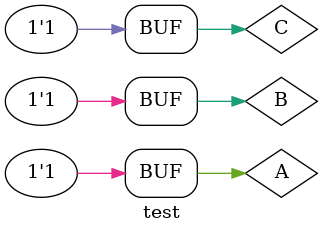
<source format=v>
module circuit01(A, B, C, D);
input A, B, C; 
output D; 
wire w1 , w2; 
not a1(w1 , A);
or a2(w2 , B, C);
nand a3(D, w1 , w2); 
endmodule

module test; 
reg A, B, C; 
wire D;
circuit01 i(A, B, C , D);
initial 
begin 
    A = 1'b0;
    B= 1'b0;
    C= 1'b0;

    $monitor("Time= %0t , a= %b, b= %b , c = %b , x = %b", $time , A , B , C , D);

    #5 A = 1'b0 ; B = 1'b0 ; C = 1'b0;
    #5 A = 1'b0 ; B = 1'b0 ; C = 1'b1;
    #5 A = 1'b0 ; B = 1'b1 ; C = 1'b0;
    #5 A = 1'b0 ; B = 1'b1 ; C = 1'b1;
    #5 A = 1'b1 ; B = 1'b0 ; C = 1'b0;
    #5 A = 1'b1 ; B = 1'b0 ; C = 1'b1;
    #5 A = 1'b1 ; B = 1'b1 ; C = 1'b0;
    #5 A = 1'b1 ; B = 1'b1 ; C = 1'b1;

end 
endmodule
</source>
